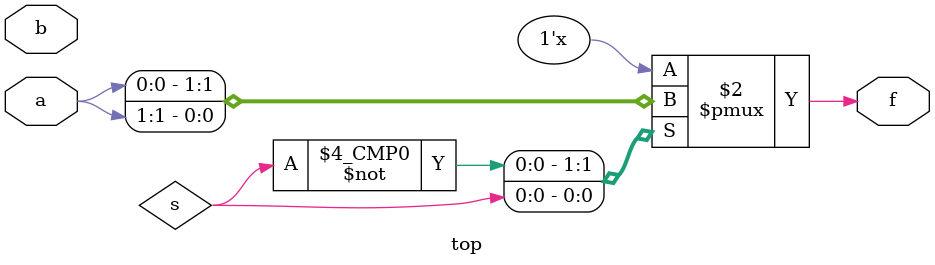
<source format=v>
module top(
   input  [3:0] a,
   input  [1:0] b,
   output f
);//二位四选一选择器
  // assign f = (a[0]&~b[0]&~b[1])|(a[1]&b[0]&~b[1])|(a[2]&b[1]&~b[0])|(a[3]&b[1]&b[0]);
  always @(s or a)
    case(s)
      2'b00:f=a[0];
      2'b01:f=a[1];
      2'b10:f=a[2];
      2'b11:f=a[3];
      default:f=2'b00;
    endcase
endmodule
</source>
